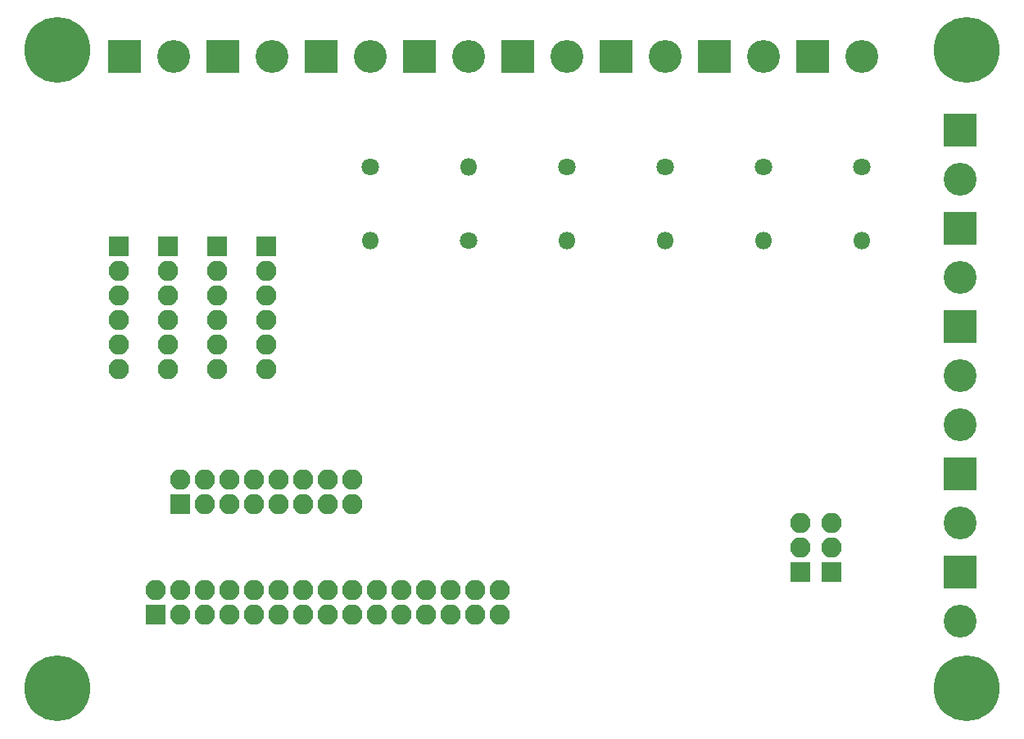
<source format=gbr>
G04 #@! TF.FileFunction,Soldermask,Bot*
%FSLAX46Y46*%
G04 Gerber Fmt 4.6, Leading zero omitted, Abs format (unit mm)*
G04 Created by KiCad (PCBNEW 4.0.5) date 02/02/17 21:36:50*
%MOMM*%
%LPD*%
G01*
G04 APERTURE LIST*
%ADD10C,0.100000*%
%ADD11C,1.800000*%
%ADD12O,1.800000X1.800000*%
%ADD13R,2.100000X2.100000*%
%ADD14O,2.100000X2.100000*%
%ADD15R,3.400000X3.400000*%
%ADD16C,3.400000*%
%ADD17C,6.800000*%
G04 APERTURE END LIST*
D10*
D11*
X122555000Y-80645000D03*
D12*
X122555000Y-88265000D03*
D11*
X112395000Y-80645000D03*
D12*
X112395000Y-88265000D03*
D11*
X102235000Y-80645000D03*
D12*
X102235000Y-88265000D03*
D11*
X92075000Y-80645000D03*
D12*
X92075000Y-88265000D03*
D11*
X81915000Y-88265000D03*
D12*
X81915000Y-80645000D03*
D11*
X71755000Y-80645000D03*
D12*
X71755000Y-88265000D03*
D13*
X116205000Y-122555000D03*
D14*
X116205000Y-120015000D03*
X116205000Y-117475000D03*
D13*
X119380000Y-122555000D03*
D14*
X119380000Y-120015000D03*
X119380000Y-117475000D03*
D13*
X49530000Y-127000000D03*
D14*
X49530000Y-124460000D03*
X52070000Y-127000000D03*
X52070000Y-124460000D03*
X54610000Y-127000000D03*
X54610000Y-124460000D03*
X57150000Y-127000000D03*
X57150000Y-124460000D03*
X59690000Y-127000000D03*
X59690000Y-124460000D03*
X62230000Y-127000000D03*
X62230000Y-124460000D03*
X64770000Y-127000000D03*
X64770000Y-124460000D03*
X67310000Y-127000000D03*
X67310000Y-124460000D03*
X69850000Y-127000000D03*
X69850000Y-124460000D03*
X72390000Y-127000000D03*
X72390000Y-124460000D03*
X74930000Y-127000000D03*
X74930000Y-124460000D03*
X77470000Y-127000000D03*
X77470000Y-124460000D03*
X80010000Y-127000000D03*
X80010000Y-124460000D03*
X82550000Y-127000000D03*
X82550000Y-124460000D03*
X85090000Y-127000000D03*
X85090000Y-124460000D03*
D13*
X52070000Y-115570000D03*
D14*
X52070000Y-113030000D03*
X54610000Y-115570000D03*
X54610000Y-113030000D03*
X57150000Y-115570000D03*
X57150000Y-113030000D03*
X59690000Y-115570000D03*
X59690000Y-113030000D03*
X62230000Y-115570000D03*
X62230000Y-113030000D03*
X64770000Y-115570000D03*
X64770000Y-113030000D03*
X67310000Y-115570000D03*
X67310000Y-113030000D03*
X69850000Y-115570000D03*
X69850000Y-113030000D03*
D13*
X60960000Y-88900000D03*
D14*
X60960000Y-91440000D03*
X60960000Y-93980000D03*
X60960000Y-96520000D03*
X60960000Y-99060000D03*
X60960000Y-101600000D03*
D13*
X55880000Y-88900000D03*
D14*
X55880000Y-91440000D03*
X55880000Y-93980000D03*
X55880000Y-96520000D03*
X55880000Y-99060000D03*
X55880000Y-101600000D03*
D13*
X50800000Y-88900000D03*
D14*
X50800000Y-91440000D03*
X50800000Y-93980000D03*
X50800000Y-96520000D03*
X50800000Y-99060000D03*
X50800000Y-101600000D03*
D13*
X45720000Y-88900000D03*
D14*
X45720000Y-91440000D03*
X45720000Y-93980000D03*
X45720000Y-96520000D03*
X45720000Y-99060000D03*
X45720000Y-101600000D03*
D15*
X132715000Y-76835000D03*
D16*
X132715000Y-81915000D03*
D15*
X132715000Y-86995000D03*
D16*
X132715000Y-92075000D03*
D15*
X132715000Y-97155000D03*
D16*
X132715000Y-102235000D03*
X132715000Y-107315000D03*
D15*
X86995000Y-69215000D03*
D16*
X92075000Y-69215000D03*
D15*
X97155000Y-69215000D03*
D16*
X102235000Y-69215000D03*
D15*
X107315000Y-69215000D03*
D16*
X112395000Y-69215000D03*
D15*
X117475000Y-69215000D03*
D16*
X122555000Y-69215000D03*
D15*
X76835000Y-69215000D03*
D16*
X81915000Y-69215000D03*
D15*
X66675000Y-69215000D03*
D16*
X71755000Y-69215000D03*
D15*
X56515000Y-69215000D03*
D16*
X61595000Y-69215000D03*
D15*
X46355000Y-69215000D03*
D16*
X51435000Y-69215000D03*
D15*
X132715000Y-112395000D03*
D16*
X132715000Y-117475000D03*
D15*
X132715000Y-122555000D03*
D16*
X132715000Y-127635000D03*
D17*
X133350000Y-68580000D03*
X39370000Y-68580000D03*
X39370000Y-134620000D03*
X133350000Y-134620000D03*
M02*

</source>
